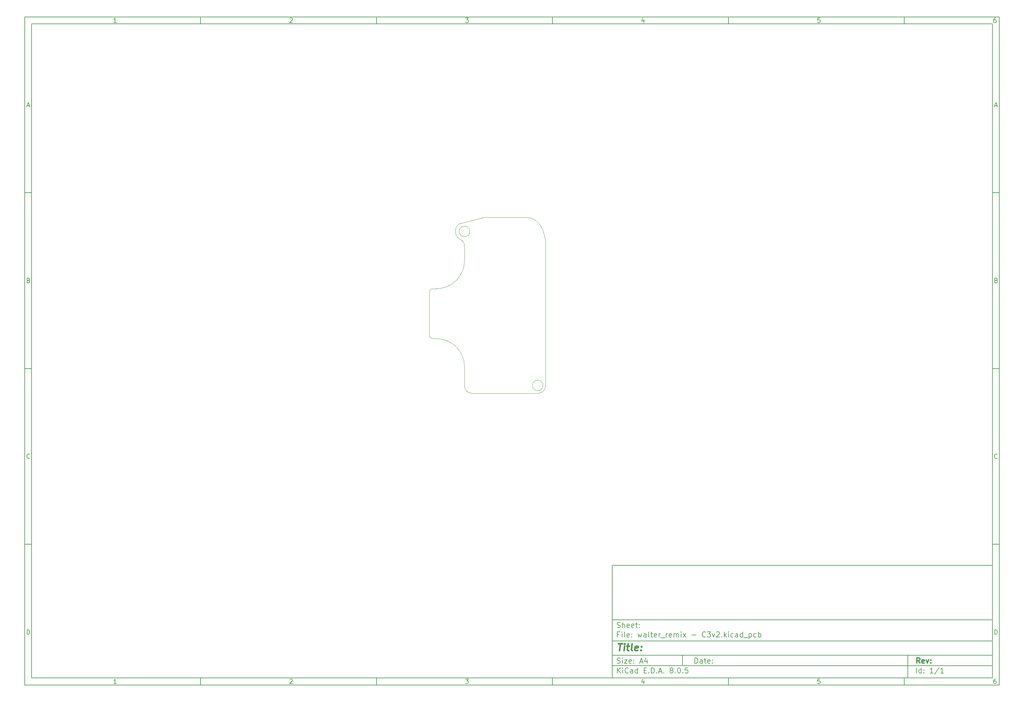
<source format=gbr>
%TF.GenerationSoftware,KiCad,Pcbnew,8.0.5*%
%TF.CreationDate,2024-12-27T02:30:01+01:00*%
%TF.ProjectId,walter_remix - C3v2,77616c74-6572-45f7-9265-6d6978202d20,rev?*%
%TF.SameCoordinates,Original*%
%TF.FileFunction,Profile,NP*%
%FSLAX45Y45*%
G04 Gerber Fmt 4.5, Leading zero omitted, Abs format (unit mm)*
G04 Created by KiCad (PCBNEW 8.0.5) date 2024-12-27 02:30:01*
%MOMM*%
%LPD*%
G01*
G04 APERTURE LIST*
%ADD10C,0.100000*%
%ADD11C,0.150000*%
%ADD12C,0.300000*%
%ADD13C,0.400000*%
%TA.AperFunction,Profile*%
%ADD14C,0.050000*%
%TD*%
%TA.AperFunction,Profile*%
%ADD15C,0.100000*%
%TD*%
G04 APERTURE END LIST*
D10*
D11*
X17700220Y-16600720D02*
X28500220Y-16600720D01*
X28500220Y-19800720D01*
X17700220Y-19800720D01*
X17700220Y-16600720D01*
D10*
D11*
X1000000Y-1000000D02*
X28700220Y-1000000D01*
X28700220Y-20000720D01*
X1000000Y-20000720D01*
X1000000Y-1000000D01*
D10*
D11*
X1200000Y-1200000D02*
X28500220Y-1200000D01*
X28500220Y-19800720D01*
X1200000Y-19800720D01*
X1200000Y-1200000D01*
D10*
D11*
X6000000Y-1200000D02*
X6000000Y-1000000D01*
D10*
D11*
X11000000Y-1200000D02*
X11000000Y-1000000D01*
D10*
D11*
X16000000Y-1200000D02*
X16000000Y-1000000D01*
D10*
D11*
X21000000Y-1200000D02*
X21000000Y-1000000D01*
D10*
D11*
X26000000Y-1200000D02*
X26000000Y-1000000D01*
D10*
D11*
X3608916Y-1159360D02*
X3534630Y-1159360D01*
X3571773Y-1159360D02*
X3571773Y-1029360D01*
X3571773Y-1029360D02*
X3559392Y-1047932D01*
X3559392Y-1047932D02*
X3547011Y-1060313D01*
X3547011Y-1060313D02*
X3534630Y-1066503D01*
D10*
D11*
X8534630Y-1041741D02*
X8540821Y-1035551D01*
X8540821Y-1035551D02*
X8553202Y-1029360D01*
X8553202Y-1029360D02*
X8584154Y-1029360D01*
X8584154Y-1029360D02*
X8596535Y-1035551D01*
X8596535Y-1035551D02*
X8602726Y-1041741D01*
X8602726Y-1041741D02*
X8608916Y-1054122D01*
X8608916Y-1054122D02*
X8608916Y-1066503D01*
X8608916Y-1066503D02*
X8602726Y-1085075D01*
X8602726Y-1085075D02*
X8528440Y-1159360D01*
X8528440Y-1159360D02*
X8608916Y-1159360D01*
D10*
D11*
X13528440Y-1029360D02*
X13608916Y-1029360D01*
X13608916Y-1029360D02*
X13565583Y-1078884D01*
X13565583Y-1078884D02*
X13584154Y-1078884D01*
X13584154Y-1078884D02*
X13596535Y-1085075D01*
X13596535Y-1085075D02*
X13602725Y-1091265D01*
X13602725Y-1091265D02*
X13608916Y-1103646D01*
X13608916Y-1103646D02*
X13608916Y-1134599D01*
X13608916Y-1134599D02*
X13602725Y-1146980D01*
X13602725Y-1146980D02*
X13596535Y-1153170D01*
X13596535Y-1153170D02*
X13584154Y-1159360D01*
X13584154Y-1159360D02*
X13547011Y-1159360D01*
X13547011Y-1159360D02*
X13534630Y-1153170D01*
X13534630Y-1153170D02*
X13528440Y-1146980D01*
D10*
D11*
X18596535Y-1072694D02*
X18596535Y-1159360D01*
X18565583Y-1023170D02*
X18534630Y-1116027D01*
X18534630Y-1116027D02*
X18615106Y-1116027D01*
D10*
D11*
X23602725Y-1029360D02*
X23540821Y-1029360D01*
X23540821Y-1029360D02*
X23534630Y-1091265D01*
X23534630Y-1091265D02*
X23540821Y-1085075D01*
X23540821Y-1085075D02*
X23553202Y-1078884D01*
X23553202Y-1078884D02*
X23584154Y-1078884D01*
X23584154Y-1078884D02*
X23596535Y-1085075D01*
X23596535Y-1085075D02*
X23602725Y-1091265D01*
X23602725Y-1091265D02*
X23608916Y-1103646D01*
X23608916Y-1103646D02*
X23608916Y-1134599D01*
X23608916Y-1134599D02*
X23602725Y-1146980D01*
X23602725Y-1146980D02*
X23596535Y-1153170D01*
X23596535Y-1153170D02*
X23584154Y-1159360D01*
X23584154Y-1159360D02*
X23553202Y-1159360D01*
X23553202Y-1159360D02*
X23540821Y-1153170D01*
X23540821Y-1153170D02*
X23534630Y-1146980D01*
D10*
D11*
X28596535Y-1029360D02*
X28571773Y-1029360D01*
X28571773Y-1029360D02*
X28559392Y-1035551D01*
X28559392Y-1035551D02*
X28553202Y-1041741D01*
X28553202Y-1041741D02*
X28540821Y-1060313D01*
X28540821Y-1060313D02*
X28534630Y-1085075D01*
X28534630Y-1085075D02*
X28534630Y-1134599D01*
X28534630Y-1134599D02*
X28540821Y-1146980D01*
X28540821Y-1146980D02*
X28547011Y-1153170D01*
X28547011Y-1153170D02*
X28559392Y-1159360D01*
X28559392Y-1159360D02*
X28584154Y-1159360D01*
X28584154Y-1159360D02*
X28596535Y-1153170D01*
X28596535Y-1153170D02*
X28602725Y-1146980D01*
X28602725Y-1146980D02*
X28608916Y-1134599D01*
X28608916Y-1134599D02*
X28608916Y-1103646D01*
X28608916Y-1103646D02*
X28602725Y-1091265D01*
X28602725Y-1091265D02*
X28596535Y-1085075D01*
X28596535Y-1085075D02*
X28584154Y-1078884D01*
X28584154Y-1078884D02*
X28559392Y-1078884D01*
X28559392Y-1078884D02*
X28547011Y-1085075D01*
X28547011Y-1085075D02*
X28540821Y-1091265D01*
X28540821Y-1091265D02*
X28534630Y-1103646D01*
D10*
D11*
X6000000Y-19800720D02*
X6000000Y-20000720D01*
D10*
D11*
X11000000Y-19800720D02*
X11000000Y-20000720D01*
D10*
D11*
X16000000Y-19800720D02*
X16000000Y-20000720D01*
D10*
D11*
X21000000Y-19800720D02*
X21000000Y-20000720D01*
D10*
D11*
X26000000Y-19800720D02*
X26000000Y-20000720D01*
D10*
D11*
X3608916Y-19960080D02*
X3534630Y-19960080D01*
X3571773Y-19960080D02*
X3571773Y-19830080D01*
X3571773Y-19830080D02*
X3559392Y-19848652D01*
X3559392Y-19848652D02*
X3547011Y-19861033D01*
X3547011Y-19861033D02*
X3534630Y-19867223D01*
D10*
D11*
X8534630Y-19842461D02*
X8540821Y-19836271D01*
X8540821Y-19836271D02*
X8553202Y-19830080D01*
X8553202Y-19830080D02*
X8584154Y-19830080D01*
X8584154Y-19830080D02*
X8596535Y-19836271D01*
X8596535Y-19836271D02*
X8602726Y-19842461D01*
X8602726Y-19842461D02*
X8608916Y-19854842D01*
X8608916Y-19854842D02*
X8608916Y-19867223D01*
X8608916Y-19867223D02*
X8602726Y-19885795D01*
X8602726Y-19885795D02*
X8528440Y-19960080D01*
X8528440Y-19960080D02*
X8608916Y-19960080D01*
D10*
D11*
X13528440Y-19830080D02*
X13608916Y-19830080D01*
X13608916Y-19830080D02*
X13565583Y-19879604D01*
X13565583Y-19879604D02*
X13584154Y-19879604D01*
X13584154Y-19879604D02*
X13596535Y-19885795D01*
X13596535Y-19885795D02*
X13602725Y-19891985D01*
X13602725Y-19891985D02*
X13608916Y-19904366D01*
X13608916Y-19904366D02*
X13608916Y-19935319D01*
X13608916Y-19935319D02*
X13602725Y-19947700D01*
X13602725Y-19947700D02*
X13596535Y-19953890D01*
X13596535Y-19953890D02*
X13584154Y-19960080D01*
X13584154Y-19960080D02*
X13547011Y-19960080D01*
X13547011Y-19960080D02*
X13534630Y-19953890D01*
X13534630Y-19953890D02*
X13528440Y-19947700D01*
D10*
D11*
X18596535Y-19873414D02*
X18596535Y-19960080D01*
X18565583Y-19823890D02*
X18534630Y-19916747D01*
X18534630Y-19916747D02*
X18615106Y-19916747D01*
D10*
D11*
X23602725Y-19830080D02*
X23540821Y-19830080D01*
X23540821Y-19830080D02*
X23534630Y-19891985D01*
X23534630Y-19891985D02*
X23540821Y-19885795D01*
X23540821Y-19885795D02*
X23553202Y-19879604D01*
X23553202Y-19879604D02*
X23584154Y-19879604D01*
X23584154Y-19879604D02*
X23596535Y-19885795D01*
X23596535Y-19885795D02*
X23602725Y-19891985D01*
X23602725Y-19891985D02*
X23608916Y-19904366D01*
X23608916Y-19904366D02*
X23608916Y-19935319D01*
X23608916Y-19935319D02*
X23602725Y-19947700D01*
X23602725Y-19947700D02*
X23596535Y-19953890D01*
X23596535Y-19953890D02*
X23584154Y-19960080D01*
X23584154Y-19960080D02*
X23553202Y-19960080D01*
X23553202Y-19960080D02*
X23540821Y-19953890D01*
X23540821Y-19953890D02*
X23534630Y-19947700D01*
D10*
D11*
X28596535Y-19830080D02*
X28571773Y-19830080D01*
X28571773Y-19830080D02*
X28559392Y-19836271D01*
X28559392Y-19836271D02*
X28553202Y-19842461D01*
X28553202Y-19842461D02*
X28540821Y-19861033D01*
X28540821Y-19861033D02*
X28534630Y-19885795D01*
X28534630Y-19885795D02*
X28534630Y-19935319D01*
X28534630Y-19935319D02*
X28540821Y-19947700D01*
X28540821Y-19947700D02*
X28547011Y-19953890D01*
X28547011Y-19953890D02*
X28559392Y-19960080D01*
X28559392Y-19960080D02*
X28584154Y-19960080D01*
X28584154Y-19960080D02*
X28596535Y-19953890D01*
X28596535Y-19953890D02*
X28602725Y-19947700D01*
X28602725Y-19947700D02*
X28608916Y-19935319D01*
X28608916Y-19935319D02*
X28608916Y-19904366D01*
X28608916Y-19904366D02*
X28602725Y-19891985D01*
X28602725Y-19891985D02*
X28596535Y-19885795D01*
X28596535Y-19885795D02*
X28584154Y-19879604D01*
X28584154Y-19879604D02*
X28559392Y-19879604D01*
X28559392Y-19879604D02*
X28547011Y-19885795D01*
X28547011Y-19885795D02*
X28540821Y-19891985D01*
X28540821Y-19891985D02*
X28534630Y-19904366D01*
D10*
D11*
X1000000Y-6000000D02*
X1200000Y-6000000D01*
D10*
D11*
X1000000Y-11000000D02*
X1200000Y-11000000D01*
D10*
D11*
X1000000Y-16000000D02*
X1200000Y-16000000D01*
D10*
D11*
X1069048Y-3522218D02*
X1130952Y-3522218D01*
X1056667Y-3559360D02*
X1100000Y-3429360D01*
X1100000Y-3429360D02*
X1143333Y-3559360D01*
D10*
D11*
X1109286Y-8491265D02*
X1127857Y-8497456D01*
X1127857Y-8497456D02*
X1134048Y-8503646D01*
X1134048Y-8503646D02*
X1140238Y-8516027D01*
X1140238Y-8516027D02*
X1140238Y-8534599D01*
X1140238Y-8534599D02*
X1134048Y-8546980D01*
X1134048Y-8546980D02*
X1127857Y-8553170D01*
X1127857Y-8553170D02*
X1115476Y-8559360D01*
X1115476Y-8559360D02*
X1065952Y-8559360D01*
X1065952Y-8559360D02*
X1065952Y-8429360D01*
X1065952Y-8429360D02*
X1109286Y-8429360D01*
X1109286Y-8429360D02*
X1121667Y-8435551D01*
X1121667Y-8435551D02*
X1127857Y-8441741D01*
X1127857Y-8441741D02*
X1134048Y-8454122D01*
X1134048Y-8454122D02*
X1134048Y-8466503D01*
X1134048Y-8466503D02*
X1127857Y-8478884D01*
X1127857Y-8478884D02*
X1121667Y-8485075D01*
X1121667Y-8485075D02*
X1109286Y-8491265D01*
X1109286Y-8491265D02*
X1065952Y-8491265D01*
D10*
D11*
X1140238Y-13546979D02*
X1134048Y-13553170D01*
X1134048Y-13553170D02*
X1115476Y-13559360D01*
X1115476Y-13559360D02*
X1103095Y-13559360D01*
X1103095Y-13559360D02*
X1084524Y-13553170D01*
X1084524Y-13553170D02*
X1072143Y-13540789D01*
X1072143Y-13540789D02*
X1065952Y-13528408D01*
X1065952Y-13528408D02*
X1059762Y-13503646D01*
X1059762Y-13503646D02*
X1059762Y-13485075D01*
X1059762Y-13485075D02*
X1065952Y-13460313D01*
X1065952Y-13460313D02*
X1072143Y-13447932D01*
X1072143Y-13447932D02*
X1084524Y-13435551D01*
X1084524Y-13435551D02*
X1103095Y-13429360D01*
X1103095Y-13429360D02*
X1115476Y-13429360D01*
X1115476Y-13429360D02*
X1134048Y-13435551D01*
X1134048Y-13435551D02*
X1140238Y-13441741D01*
D10*
D11*
X1065952Y-18559360D02*
X1065952Y-18429360D01*
X1065952Y-18429360D02*
X1096905Y-18429360D01*
X1096905Y-18429360D02*
X1115476Y-18435551D01*
X1115476Y-18435551D02*
X1127857Y-18447932D01*
X1127857Y-18447932D02*
X1134048Y-18460313D01*
X1134048Y-18460313D02*
X1140238Y-18485075D01*
X1140238Y-18485075D02*
X1140238Y-18503646D01*
X1140238Y-18503646D02*
X1134048Y-18528408D01*
X1134048Y-18528408D02*
X1127857Y-18540789D01*
X1127857Y-18540789D02*
X1115476Y-18553170D01*
X1115476Y-18553170D02*
X1096905Y-18559360D01*
X1096905Y-18559360D02*
X1065952Y-18559360D01*
D10*
D11*
X28700220Y-6000000D02*
X28500220Y-6000000D01*
D10*
D11*
X28700220Y-11000000D02*
X28500220Y-11000000D01*
D10*
D11*
X28700220Y-16000000D02*
X28500220Y-16000000D01*
D10*
D11*
X28569268Y-3522218D02*
X28631172Y-3522218D01*
X28556887Y-3559360D02*
X28600220Y-3429360D01*
X28600220Y-3429360D02*
X28643553Y-3559360D01*
D10*
D11*
X28609506Y-8491265D02*
X28628077Y-8497456D01*
X28628077Y-8497456D02*
X28634268Y-8503646D01*
X28634268Y-8503646D02*
X28640458Y-8516027D01*
X28640458Y-8516027D02*
X28640458Y-8534599D01*
X28640458Y-8534599D02*
X28634268Y-8546980D01*
X28634268Y-8546980D02*
X28628077Y-8553170D01*
X28628077Y-8553170D02*
X28615696Y-8559360D01*
X28615696Y-8559360D02*
X28566172Y-8559360D01*
X28566172Y-8559360D02*
X28566172Y-8429360D01*
X28566172Y-8429360D02*
X28609506Y-8429360D01*
X28609506Y-8429360D02*
X28621887Y-8435551D01*
X28621887Y-8435551D02*
X28628077Y-8441741D01*
X28628077Y-8441741D02*
X28634268Y-8454122D01*
X28634268Y-8454122D02*
X28634268Y-8466503D01*
X28634268Y-8466503D02*
X28628077Y-8478884D01*
X28628077Y-8478884D02*
X28621887Y-8485075D01*
X28621887Y-8485075D02*
X28609506Y-8491265D01*
X28609506Y-8491265D02*
X28566172Y-8491265D01*
D10*
D11*
X28640458Y-13546979D02*
X28634268Y-13553170D01*
X28634268Y-13553170D02*
X28615696Y-13559360D01*
X28615696Y-13559360D02*
X28603315Y-13559360D01*
X28603315Y-13559360D02*
X28584744Y-13553170D01*
X28584744Y-13553170D02*
X28572363Y-13540789D01*
X28572363Y-13540789D02*
X28566172Y-13528408D01*
X28566172Y-13528408D02*
X28559982Y-13503646D01*
X28559982Y-13503646D02*
X28559982Y-13485075D01*
X28559982Y-13485075D02*
X28566172Y-13460313D01*
X28566172Y-13460313D02*
X28572363Y-13447932D01*
X28572363Y-13447932D02*
X28584744Y-13435551D01*
X28584744Y-13435551D02*
X28603315Y-13429360D01*
X28603315Y-13429360D02*
X28615696Y-13429360D01*
X28615696Y-13429360D02*
X28634268Y-13435551D01*
X28634268Y-13435551D02*
X28640458Y-13441741D01*
D10*
D11*
X28566172Y-18559360D02*
X28566172Y-18429360D01*
X28566172Y-18429360D02*
X28597125Y-18429360D01*
X28597125Y-18429360D02*
X28615696Y-18435551D01*
X28615696Y-18435551D02*
X28628077Y-18447932D01*
X28628077Y-18447932D02*
X28634268Y-18460313D01*
X28634268Y-18460313D02*
X28640458Y-18485075D01*
X28640458Y-18485075D02*
X28640458Y-18503646D01*
X28640458Y-18503646D02*
X28634268Y-18528408D01*
X28634268Y-18528408D02*
X28628077Y-18540789D01*
X28628077Y-18540789D02*
X28615696Y-18553170D01*
X28615696Y-18553170D02*
X28597125Y-18559360D01*
X28597125Y-18559360D02*
X28566172Y-18559360D01*
D10*
D11*
X20045803Y-19379333D02*
X20045803Y-19229333D01*
X20045803Y-19229333D02*
X20081517Y-19229333D01*
X20081517Y-19229333D02*
X20102946Y-19236476D01*
X20102946Y-19236476D02*
X20117231Y-19250761D01*
X20117231Y-19250761D02*
X20124374Y-19265047D01*
X20124374Y-19265047D02*
X20131517Y-19293619D01*
X20131517Y-19293619D02*
X20131517Y-19315047D01*
X20131517Y-19315047D02*
X20124374Y-19343619D01*
X20124374Y-19343619D02*
X20117231Y-19357904D01*
X20117231Y-19357904D02*
X20102946Y-19372190D01*
X20102946Y-19372190D02*
X20081517Y-19379333D01*
X20081517Y-19379333D02*
X20045803Y-19379333D01*
X20260088Y-19379333D02*
X20260088Y-19300761D01*
X20260088Y-19300761D02*
X20252946Y-19286476D01*
X20252946Y-19286476D02*
X20238660Y-19279333D01*
X20238660Y-19279333D02*
X20210088Y-19279333D01*
X20210088Y-19279333D02*
X20195803Y-19286476D01*
X20260088Y-19372190D02*
X20245803Y-19379333D01*
X20245803Y-19379333D02*
X20210088Y-19379333D01*
X20210088Y-19379333D02*
X20195803Y-19372190D01*
X20195803Y-19372190D02*
X20188660Y-19357904D01*
X20188660Y-19357904D02*
X20188660Y-19343619D01*
X20188660Y-19343619D02*
X20195803Y-19329333D01*
X20195803Y-19329333D02*
X20210088Y-19322190D01*
X20210088Y-19322190D02*
X20245803Y-19322190D01*
X20245803Y-19322190D02*
X20260088Y-19315047D01*
X20310088Y-19279333D02*
X20367231Y-19279333D01*
X20331517Y-19229333D02*
X20331517Y-19357904D01*
X20331517Y-19357904D02*
X20338660Y-19372190D01*
X20338660Y-19372190D02*
X20352946Y-19379333D01*
X20352946Y-19379333D02*
X20367231Y-19379333D01*
X20474374Y-19372190D02*
X20460088Y-19379333D01*
X20460088Y-19379333D02*
X20431517Y-19379333D01*
X20431517Y-19379333D02*
X20417231Y-19372190D01*
X20417231Y-19372190D02*
X20410088Y-19357904D01*
X20410088Y-19357904D02*
X20410088Y-19300761D01*
X20410088Y-19300761D02*
X20417231Y-19286476D01*
X20417231Y-19286476D02*
X20431517Y-19279333D01*
X20431517Y-19279333D02*
X20460088Y-19279333D01*
X20460088Y-19279333D02*
X20474374Y-19286476D01*
X20474374Y-19286476D02*
X20481517Y-19300761D01*
X20481517Y-19300761D02*
X20481517Y-19315047D01*
X20481517Y-19315047D02*
X20410088Y-19329333D01*
X20545803Y-19365047D02*
X20552946Y-19372190D01*
X20552946Y-19372190D02*
X20545803Y-19379333D01*
X20545803Y-19379333D02*
X20538660Y-19372190D01*
X20538660Y-19372190D02*
X20545803Y-19365047D01*
X20545803Y-19365047D02*
X20545803Y-19379333D01*
X20545803Y-19286476D02*
X20552946Y-19293619D01*
X20552946Y-19293619D02*
X20545803Y-19300761D01*
X20545803Y-19300761D02*
X20538660Y-19293619D01*
X20538660Y-19293619D02*
X20545803Y-19286476D01*
X20545803Y-19286476D02*
X20545803Y-19300761D01*
D10*
D11*
X17700220Y-19450720D02*
X28500220Y-19450720D01*
D10*
D11*
X17845803Y-19659333D02*
X17845803Y-19509333D01*
X17931517Y-19659333D02*
X17867231Y-19573619D01*
X17931517Y-19509333D02*
X17845803Y-19595047D01*
X17995803Y-19659333D02*
X17995803Y-19559333D01*
X17995803Y-19509333D02*
X17988660Y-19516476D01*
X17988660Y-19516476D02*
X17995803Y-19523619D01*
X17995803Y-19523619D02*
X18002946Y-19516476D01*
X18002946Y-19516476D02*
X17995803Y-19509333D01*
X17995803Y-19509333D02*
X17995803Y-19523619D01*
X18152946Y-19645047D02*
X18145803Y-19652190D01*
X18145803Y-19652190D02*
X18124374Y-19659333D01*
X18124374Y-19659333D02*
X18110088Y-19659333D01*
X18110088Y-19659333D02*
X18088660Y-19652190D01*
X18088660Y-19652190D02*
X18074374Y-19637904D01*
X18074374Y-19637904D02*
X18067231Y-19623619D01*
X18067231Y-19623619D02*
X18060088Y-19595047D01*
X18060088Y-19595047D02*
X18060088Y-19573619D01*
X18060088Y-19573619D02*
X18067231Y-19545047D01*
X18067231Y-19545047D02*
X18074374Y-19530761D01*
X18074374Y-19530761D02*
X18088660Y-19516476D01*
X18088660Y-19516476D02*
X18110088Y-19509333D01*
X18110088Y-19509333D02*
X18124374Y-19509333D01*
X18124374Y-19509333D02*
X18145803Y-19516476D01*
X18145803Y-19516476D02*
X18152946Y-19523619D01*
X18281517Y-19659333D02*
X18281517Y-19580761D01*
X18281517Y-19580761D02*
X18274374Y-19566476D01*
X18274374Y-19566476D02*
X18260088Y-19559333D01*
X18260088Y-19559333D02*
X18231517Y-19559333D01*
X18231517Y-19559333D02*
X18217231Y-19566476D01*
X18281517Y-19652190D02*
X18267231Y-19659333D01*
X18267231Y-19659333D02*
X18231517Y-19659333D01*
X18231517Y-19659333D02*
X18217231Y-19652190D01*
X18217231Y-19652190D02*
X18210088Y-19637904D01*
X18210088Y-19637904D02*
X18210088Y-19623619D01*
X18210088Y-19623619D02*
X18217231Y-19609333D01*
X18217231Y-19609333D02*
X18231517Y-19602190D01*
X18231517Y-19602190D02*
X18267231Y-19602190D01*
X18267231Y-19602190D02*
X18281517Y-19595047D01*
X18417231Y-19659333D02*
X18417231Y-19509333D01*
X18417231Y-19652190D02*
X18402946Y-19659333D01*
X18402946Y-19659333D02*
X18374374Y-19659333D01*
X18374374Y-19659333D02*
X18360088Y-19652190D01*
X18360088Y-19652190D02*
X18352946Y-19645047D01*
X18352946Y-19645047D02*
X18345803Y-19630761D01*
X18345803Y-19630761D02*
X18345803Y-19587904D01*
X18345803Y-19587904D02*
X18352946Y-19573619D01*
X18352946Y-19573619D02*
X18360088Y-19566476D01*
X18360088Y-19566476D02*
X18374374Y-19559333D01*
X18374374Y-19559333D02*
X18402946Y-19559333D01*
X18402946Y-19559333D02*
X18417231Y-19566476D01*
X18602946Y-19580761D02*
X18652946Y-19580761D01*
X18674374Y-19659333D02*
X18602946Y-19659333D01*
X18602946Y-19659333D02*
X18602946Y-19509333D01*
X18602946Y-19509333D02*
X18674374Y-19509333D01*
X18738660Y-19645047D02*
X18745803Y-19652190D01*
X18745803Y-19652190D02*
X18738660Y-19659333D01*
X18738660Y-19659333D02*
X18731517Y-19652190D01*
X18731517Y-19652190D02*
X18738660Y-19645047D01*
X18738660Y-19645047D02*
X18738660Y-19659333D01*
X18810088Y-19659333D02*
X18810088Y-19509333D01*
X18810088Y-19509333D02*
X18845803Y-19509333D01*
X18845803Y-19509333D02*
X18867231Y-19516476D01*
X18867231Y-19516476D02*
X18881517Y-19530761D01*
X18881517Y-19530761D02*
X18888660Y-19545047D01*
X18888660Y-19545047D02*
X18895803Y-19573619D01*
X18895803Y-19573619D02*
X18895803Y-19595047D01*
X18895803Y-19595047D02*
X18888660Y-19623619D01*
X18888660Y-19623619D02*
X18881517Y-19637904D01*
X18881517Y-19637904D02*
X18867231Y-19652190D01*
X18867231Y-19652190D02*
X18845803Y-19659333D01*
X18845803Y-19659333D02*
X18810088Y-19659333D01*
X18960088Y-19645047D02*
X18967231Y-19652190D01*
X18967231Y-19652190D02*
X18960088Y-19659333D01*
X18960088Y-19659333D02*
X18952946Y-19652190D01*
X18952946Y-19652190D02*
X18960088Y-19645047D01*
X18960088Y-19645047D02*
X18960088Y-19659333D01*
X19024374Y-19616476D02*
X19095803Y-19616476D01*
X19010089Y-19659333D02*
X19060089Y-19509333D01*
X19060089Y-19509333D02*
X19110089Y-19659333D01*
X19160088Y-19645047D02*
X19167231Y-19652190D01*
X19167231Y-19652190D02*
X19160088Y-19659333D01*
X19160088Y-19659333D02*
X19152946Y-19652190D01*
X19152946Y-19652190D02*
X19160088Y-19645047D01*
X19160088Y-19645047D02*
X19160088Y-19659333D01*
X19367231Y-19573619D02*
X19352946Y-19566476D01*
X19352946Y-19566476D02*
X19345803Y-19559333D01*
X19345803Y-19559333D02*
X19338660Y-19545047D01*
X19338660Y-19545047D02*
X19338660Y-19537904D01*
X19338660Y-19537904D02*
X19345803Y-19523619D01*
X19345803Y-19523619D02*
X19352946Y-19516476D01*
X19352946Y-19516476D02*
X19367231Y-19509333D01*
X19367231Y-19509333D02*
X19395803Y-19509333D01*
X19395803Y-19509333D02*
X19410089Y-19516476D01*
X19410089Y-19516476D02*
X19417231Y-19523619D01*
X19417231Y-19523619D02*
X19424374Y-19537904D01*
X19424374Y-19537904D02*
X19424374Y-19545047D01*
X19424374Y-19545047D02*
X19417231Y-19559333D01*
X19417231Y-19559333D02*
X19410089Y-19566476D01*
X19410089Y-19566476D02*
X19395803Y-19573619D01*
X19395803Y-19573619D02*
X19367231Y-19573619D01*
X19367231Y-19573619D02*
X19352946Y-19580761D01*
X19352946Y-19580761D02*
X19345803Y-19587904D01*
X19345803Y-19587904D02*
X19338660Y-19602190D01*
X19338660Y-19602190D02*
X19338660Y-19630761D01*
X19338660Y-19630761D02*
X19345803Y-19645047D01*
X19345803Y-19645047D02*
X19352946Y-19652190D01*
X19352946Y-19652190D02*
X19367231Y-19659333D01*
X19367231Y-19659333D02*
X19395803Y-19659333D01*
X19395803Y-19659333D02*
X19410089Y-19652190D01*
X19410089Y-19652190D02*
X19417231Y-19645047D01*
X19417231Y-19645047D02*
X19424374Y-19630761D01*
X19424374Y-19630761D02*
X19424374Y-19602190D01*
X19424374Y-19602190D02*
X19417231Y-19587904D01*
X19417231Y-19587904D02*
X19410089Y-19580761D01*
X19410089Y-19580761D02*
X19395803Y-19573619D01*
X19488660Y-19645047D02*
X19495803Y-19652190D01*
X19495803Y-19652190D02*
X19488660Y-19659333D01*
X19488660Y-19659333D02*
X19481517Y-19652190D01*
X19481517Y-19652190D02*
X19488660Y-19645047D01*
X19488660Y-19645047D02*
X19488660Y-19659333D01*
X19588660Y-19509333D02*
X19602946Y-19509333D01*
X19602946Y-19509333D02*
X19617231Y-19516476D01*
X19617231Y-19516476D02*
X19624374Y-19523619D01*
X19624374Y-19523619D02*
X19631517Y-19537904D01*
X19631517Y-19537904D02*
X19638660Y-19566476D01*
X19638660Y-19566476D02*
X19638660Y-19602190D01*
X19638660Y-19602190D02*
X19631517Y-19630761D01*
X19631517Y-19630761D02*
X19624374Y-19645047D01*
X19624374Y-19645047D02*
X19617231Y-19652190D01*
X19617231Y-19652190D02*
X19602946Y-19659333D01*
X19602946Y-19659333D02*
X19588660Y-19659333D01*
X19588660Y-19659333D02*
X19574374Y-19652190D01*
X19574374Y-19652190D02*
X19567231Y-19645047D01*
X19567231Y-19645047D02*
X19560088Y-19630761D01*
X19560088Y-19630761D02*
X19552946Y-19602190D01*
X19552946Y-19602190D02*
X19552946Y-19566476D01*
X19552946Y-19566476D02*
X19560088Y-19537904D01*
X19560088Y-19537904D02*
X19567231Y-19523619D01*
X19567231Y-19523619D02*
X19574374Y-19516476D01*
X19574374Y-19516476D02*
X19588660Y-19509333D01*
X19702946Y-19645047D02*
X19710088Y-19652190D01*
X19710088Y-19652190D02*
X19702946Y-19659333D01*
X19702946Y-19659333D02*
X19695803Y-19652190D01*
X19695803Y-19652190D02*
X19702946Y-19645047D01*
X19702946Y-19645047D02*
X19702946Y-19659333D01*
X19845803Y-19509333D02*
X19774374Y-19509333D01*
X19774374Y-19509333D02*
X19767231Y-19580761D01*
X19767231Y-19580761D02*
X19774374Y-19573619D01*
X19774374Y-19573619D02*
X19788660Y-19566476D01*
X19788660Y-19566476D02*
X19824374Y-19566476D01*
X19824374Y-19566476D02*
X19838660Y-19573619D01*
X19838660Y-19573619D02*
X19845803Y-19580761D01*
X19845803Y-19580761D02*
X19852946Y-19595047D01*
X19852946Y-19595047D02*
X19852946Y-19630761D01*
X19852946Y-19630761D02*
X19845803Y-19645047D01*
X19845803Y-19645047D02*
X19838660Y-19652190D01*
X19838660Y-19652190D02*
X19824374Y-19659333D01*
X19824374Y-19659333D02*
X19788660Y-19659333D01*
X19788660Y-19659333D02*
X19774374Y-19652190D01*
X19774374Y-19652190D02*
X19767231Y-19645047D01*
D10*
D11*
X17700220Y-19150720D02*
X28500220Y-19150720D01*
D10*
D12*
X26441385Y-19378553D02*
X26391385Y-19307124D01*
X26355671Y-19378553D02*
X26355671Y-19228553D01*
X26355671Y-19228553D02*
X26412814Y-19228553D01*
X26412814Y-19228553D02*
X26427100Y-19235696D01*
X26427100Y-19235696D02*
X26434242Y-19242839D01*
X26434242Y-19242839D02*
X26441385Y-19257124D01*
X26441385Y-19257124D02*
X26441385Y-19278553D01*
X26441385Y-19278553D02*
X26434242Y-19292839D01*
X26434242Y-19292839D02*
X26427100Y-19299981D01*
X26427100Y-19299981D02*
X26412814Y-19307124D01*
X26412814Y-19307124D02*
X26355671Y-19307124D01*
X26562814Y-19371410D02*
X26548528Y-19378553D01*
X26548528Y-19378553D02*
X26519957Y-19378553D01*
X26519957Y-19378553D02*
X26505671Y-19371410D01*
X26505671Y-19371410D02*
X26498528Y-19357124D01*
X26498528Y-19357124D02*
X26498528Y-19299981D01*
X26498528Y-19299981D02*
X26505671Y-19285696D01*
X26505671Y-19285696D02*
X26519957Y-19278553D01*
X26519957Y-19278553D02*
X26548528Y-19278553D01*
X26548528Y-19278553D02*
X26562814Y-19285696D01*
X26562814Y-19285696D02*
X26569957Y-19299981D01*
X26569957Y-19299981D02*
X26569957Y-19314267D01*
X26569957Y-19314267D02*
X26498528Y-19328553D01*
X26619957Y-19278553D02*
X26655671Y-19378553D01*
X26655671Y-19378553D02*
X26691385Y-19278553D01*
X26748528Y-19364267D02*
X26755671Y-19371410D01*
X26755671Y-19371410D02*
X26748528Y-19378553D01*
X26748528Y-19378553D02*
X26741385Y-19371410D01*
X26741385Y-19371410D02*
X26748528Y-19364267D01*
X26748528Y-19364267D02*
X26748528Y-19378553D01*
X26748528Y-19285696D02*
X26755671Y-19292839D01*
X26755671Y-19292839D02*
X26748528Y-19299981D01*
X26748528Y-19299981D02*
X26741385Y-19292839D01*
X26741385Y-19292839D02*
X26748528Y-19285696D01*
X26748528Y-19285696D02*
X26748528Y-19299981D01*
D10*
D11*
X17838660Y-19372190D02*
X17860088Y-19379333D01*
X17860088Y-19379333D02*
X17895803Y-19379333D01*
X17895803Y-19379333D02*
X17910088Y-19372190D01*
X17910088Y-19372190D02*
X17917231Y-19365047D01*
X17917231Y-19365047D02*
X17924374Y-19350761D01*
X17924374Y-19350761D02*
X17924374Y-19336476D01*
X17924374Y-19336476D02*
X17917231Y-19322190D01*
X17917231Y-19322190D02*
X17910088Y-19315047D01*
X17910088Y-19315047D02*
X17895803Y-19307904D01*
X17895803Y-19307904D02*
X17867231Y-19300761D01*
X17867231Y-19300761D02*
X17852946Y-19293619D01*
X17852946Y-19293619D02*
X17845803Y-19286476D01*
X17845803Y-19286476D02*
X17838660Y-19272190D01*
X17838660Y-19272190D02*
X17838660Y-19257904D01*
X17838660Y-19257904D02*
X17845803Y-19243619D01*
X17845803Y-19243619D02*
X17852946Y-19236476D01*
X17852946Y-19236476D02*
X17867231Y-19229333D01*
X17867231Y-19229333D02*
X17902946Y-19229333D01*
X17902946Y-19229333D02*
X17924374Y-19236476D01*
X17988660Y-19379333D02*
X17988660Y-19279333D01*
X17988660Y-19229333D02*
X17981517Y-19236476D01*
X17981517Y-19236476D02*
X17988660Y-19243619D01*
X17988660Y-19243619D02*
X17995803Y-19236476D01*
X17995803Y-19236476D02*
X17988660Y-19229333D01*
X17988660Y-19229333D02*
X17988660Y-19243619D01*
X18045803Y-19279333D02*
X18124374Y-19279333D01*
X18124374Y-19279333D02*
X18045803Y-19379333D01*
X18045803Y-19379333D02*
X18124374Y-19379333D01*
X18238660Y-19372190D02*
X18224374Y-19379333D01*
X18224374Y-19379333D02*
X18195803Y-19379333D01*
X18195803Y-19379333D02*
X18181517Y-19372190D01*
X18181517Y-19372190D02*
X18174374Y-19357904D01*
X18174374Y-19357904D02*
X18174374Y-19300761D01*
X18174374Y-19300761D02*
X18181517Y-19286476D01*
X18181517Y-19286476D02*
X18195803Y-19279333D01*
X18195803Y-19279333D02*
X18224374Y-19279333D01*
X18224374Y-19279333D02*
X18238660Y-19286476D01*
X18238660Y-19286476D02*
X18245803Y-19300761D01*
X18245803Y-19300761D02*
X18245803Y-19315047D01*
X18245803Y-19315047D02*
X18174374Y-19329333D01*
X18310088Y-19365047D02*
X18317231Y-19372190D01*
X18317231Y-19372190D02*
X18310088Y-19379333D01*
X18310088Y-19379333D02*
X18302946Y-19372190D01*
X18302946Y-19372190D02*
X18310088Y-19365047D01*
X18310088Y-19365047D02*
X18310088Y-19379333D01*
X18310088Y-19286476D02*
X18317231Y-19293619D01*
X18317231Y-19293619D02*
X18310088Y-19300761D01*
X18310088Y-19300761D02*
X18302946Y-19293619D01*
X18302946Y-19293619D02*
X18310088Y-19286476D01*
X18310088Y-19286476D02*
X18310088Y-19300761D01*
X18488660Y-19336476D02*
X18560088Y-19336476D01*
X18474374Y-19379333D02*
X18524374Y-19229333D01*
X18524374Y-19229333D02*
X18574374Y-19379333D01*
X18688660Y-19279333D02*
X18688660Y-19379333D01*
X18652946Y-19222190D02*
X18617231Y-19329333D01*
X18617231Y-19329333D02*
X18710088Y-19329333D01*
D10*
D11*
X26345803Y-19659333D02*
X26345803Y-19509333D01*
X26481517Y-19659333D02*
X26481517Y-19509333D01*
X26481517Y-19652190D02*
X26467231Y-19659333D01*
X26467231Y-19659333D02*
X26438660Y-19659333D01*
X26438660Y-19659333D02*
X26424374Y-19652190D01*
X26424374Y-19652190D02*
X26417231Y-19645047D01*
X26417231Y-19645047D02*
X26410088Y-19630761D01*
X26410088Y-19630761D02*
X26410088Y-19587904D01*
X26410088Y-19587904D02*
X26417231Y-19573619D01*
X26417231Y-19573619D02*
X26424374Y-19566476D01*
X26424374Y-19566476D02*
X26438660Y-19559333D01*
X26438660Y-19559333D02*
X26467231Y-19559333D01*
X26467231Y-19559333D02*
X26481517Y-19566476D01*
X26552945Y-19645047D02*
X26560088Y-19652190D01*
X26560088Y-19652190D02*
X26552945Y-19659333D01*
X26552945Y-19659333D02*
X26545803Y-19652190D01*
X26545803Y-19652190D02*
X26552945Y-19645047D01*
X26552945Y-19645047D02*
X26552945Y-19659333D01*
X26552945Y-19566476D02*
X26560088Y-19573619D01*
X26560088Y-19573619D02*
X26552945Y-19580761D01*
X26552945Y-19580761D02*
X26545803Y-19573619D01*
X26545803Y-19573619D02*
X26552945Y-19566476D01*
X26552945Y-19566476D02*
X26552945Y-19580761D01*
X26817231Y-19659333D02*
X26731517Y-19659333D01*
X26774374Y-19659333D02*
X26774374Y-19509333D01*
X26774374Y-19509333D02*
X26760088Y-19530761D01*
X26760088Y-19530761D02*
X26745803Y-19545047D01*
X26745803Y-19545047D02*
X26731517Y-19552190D01*
X26988660Y-19502190D02*
X26860088Y-19695047D01*
X27117231Y-19659333D02*
X27031517Y-19659333D01*
X27074374Y-19659333D02*
X27074374Y-19509333D01*
X27074374Y-19509333D02*
X27060088Y-19530761D01*
X27060088Y-19530761D02*
X27045803Y-19545047D01*
X27045803Y-19545047D02*
X27031517Y-19552190D01*
D10*
D11*
X17700220Y-18750720D02*
X28500220Y-18750720D01*
D10*
D13*
X17869393Y-18821164D02*
X17983679Y-18821164D01*
X17901536Y-19021164D02*
X17926536Y-18821164D01*
X18025345Y-19021164D02*
X18042012Y-18887830D01*
X18050345Y-18821164D02*
X18039631Y-18830688D01*
X18039631Y-18830688D02*
X18047964Y-18840211D01*
X18047964Y-18840211D02*
X18058679Y-18830688D01*
X18058679Y-18830688D02*
X18050345Y-18821164D01*
X18050345Y-18821164D02*
X18047964Y-18840211D01*
X18108679Y-18887830D02*
X18184869Y-18887830D01*
X18145583Y-18821164D02*
X18124155Y-18992592D01*
X18124155Y-18992592D02*
X18131298Y-19011640D01*
X18131298Y-19011640D02*
X18149155Y-19021164D01*
X18149155Y-19021164D02*
X18168202Y-19021164D01*
X18263441Y-19021164D02*
X18245583Y-19011640D01*
X18245583Y-19011640D02*
X18238441Y-18992592D01*
X18238441Y-18992592D02*
X18259869Y-18821164D01*
X18417012Y-19011640D02*
X18396774Y-19021164D01*
X18396774Y-19021164D02*
X18358679Y-19021164D01*
X18358679Y-19021164D02*
X18340821Y-19011640D01*
X18340821Y-19011640D02*
X18333679Y-18992592D01*
X18333679Y-18992592D02*
X18343202Y-18916402D01*
X18343202Y-18916402D02*
X18355107Y-18897354D01*
X18355107Y-18897354D02*
X18375345Y-18887830D01*
X18375345Y-18887830D02*
X18413440Y-18887830D01*
X18413440Y-18887830D02*
X18431298Y-18897354D01*
X18431298Y-18897354D02*
X18438440Y-18916402D01*
X18438440Y-18916402D02*
X18436060Y-18935450D01*
X18436060Y-18935450D02*
X18338440Y-18954497D01*
X18513441Y-19002116D02*
X18521774Y-19011640D01*
X18521774Y-19011640D02*
X18511060Y-19021164D01*
X18511060Y-19021164D02*
X18502726Y-19011640D01*
X18502726Y-19011640D02*
X18513441Y-19002116D01*
X18513441Y-19002116D02*
X18511060Y-19021164D01*
X18526536Y-18897354D02*
X18534869Y-18906878D01*
X18534869Y-18906878D02*
X18524155Y-18916402D01*
X18524155Y-18916402D02*
X18515821Y-18906878D01*
X18515821Y-18906878D02*
X18526536Y-18897354D01*
X18526536Y-18897354D02*
X18524155Y-18916402D01*
D10*
D11*
X17895803Y-18560761D02*
X17845803Y-18560761D01*
X17845803Y-18639333D02*
X17845803Y-18489333D01*
X17845803Y-18489333D02*
X17917231Y-18489333D01*
X17974374Y-18639333D02*
X17974374Y-18539333D01*
X17974374Y-18489333D02*
X17967231Y-18496476D01*
X17967231Y-18496476D02*
X17974374Y-18503619D01*
X17974374Y-18503619D02*
X17981517Y-18496476D01*
X17981517Y-18496476D02*
X17974374Y-18489333D01*
X17974374Y-18489333D02*
X17974374Y-18503619D01*
X18067231Y-18639333D02*
X18052946Y-18632190D01*
X18052946Y-18632190D02*
X18045803Y-18617904D01*
X18045803Y-18617904D02*
X18045803Y-18489333D01*
X18181517Y-18632190D02*
X18167231Y-18639333D01*
X18167231Y-18639333D02*
X18138660Y-18639333D01*
X18138660Y-18639333D02*
X18124374Y-18632190D01*
X18124374Y-18632190D02*
X18117231Y-18617904D01*
X18117231Y-18617904D02*
X18117231Y-18560761D01*
X18117231Y-18560761D02*
X18124374Y-18546476D01*
X18124374Y-18546476D02*
X18138660Y-18539333D01*
X18138660Y-18539333D02*
X18167231Y-18539333D01*
X18167231Y-18539333D02*
X18181517Y-18546476D01*
X18181517Y-18546476D02*
X18188660Y-18560761D01*
X18188660Y-18560761D02*
X18188660Y-18575047D01*
X18188660Y-18575047D02*
X18117231Y-18589333D01*
X18252945Y-18625047D02*
X18260088Y-18632190D01*
X18260088Y-18632190D02*
X18252945Y-18639333D01*
X18252945Y-18639333D02*
X18245803Y-18632190D01*
X18245803Y-18632190D02*
X18252945Y-18625047D01*
X18252945Y-18625047D02*
X18252945Y-18639333D01*
X18252945Y-18546476D02*
X18260088Y-18553619D01*
X18260088Y-18553619D02*
X18252945Y-18560761D01*
X18252945Y-18560761D02*
X18245803Y-18553619D01*
X18245803Y-18553619D02*
X18252945Y-18546476D01*
X18252945Y-18546476D02*
X18252945Y-18560761D01*
X18424374Y-18539333D02*
X18452946Y-18639333D01*
X18452946Y-18639333D02*
X18481517Y-18567904D01*
X18481517Y-18567904D02*
X18510088Y-18639333D01*
X18510088Y-18639333D02*
X18538660Y-18539333D01*
X18660088Y-18639333D02*
X18660088Y-18560761D01*
X18660088Y-18560761D02*
X18652946Y-18546476D01*
X18652946Y-18546476D02*
X18638660Y-18539333D01*
X18638660Y-18539333D02*
X18610088Y-18539333D01*
X18610088Y-18539333D02*
X18595803Y-18546476D01*
X18660088Y-18632190D02*
X18645803Y-18639333D01*
X18645803Y-18639333D02*
X18610088Y-18639333D01*
X18610088Y-18639333D02*
X18595803Y-18632190D01*
X18595803Y-18632190D02*
X18588660Y-18617904D01*
X18588660Y-18617904D02*
X18588660Y-18603619D01*
X18588660Y-18603619D02*
X18595803Y-18589333D01*
X18595803Y-18589333D02*
X18610088Y-18582190D01*
X18610088Y-18582190D02*
X18645803Y-18582190D01*
X18645803Y-18582190D02*
X18660088Y-18575047D01*
X18752946Y-18639333D02*
X18738660Y-18632190D01*
X18738660Y-18632190D02*
X18731517Y-18617904D01*
X18731517Y-18617904D02*
X18731517Y-18489333D01*
X18788660Y-18539333D02*
X18845803Y-18539333D01*
X18810088Y-18489333D02*
X18810088Y-18617904D01*
X18810088Y-18617904D02*
X18817231Y-18632190D01*
X18817231Y-18632190D02*
X18831517Y-18639333D01*
X18831517Y-18639333D02*
X18845803Y-18639333D01*
X18952946Y-18632190D02*
X18938660Y-18639333D01*
X18938660Y-18639333D02*
X18910088Y-18639333D01*
X18910088Y-18639333D02*
X18895803Y-18632190D01*
X18895803Y-18632190D02*
X18888660Y-18617904D01*
X18888660Y-18617904D02*
X18888660Y-18560761D01*
X18888660Y-18560761D02*
X18895803Y-18546476D01*
X18895803Y-18546476D02*
X18910088Y-18539333D01*
X18910088Y-18539333D02*
X18938660Y-18539333D01*
X18938660Y-18539333D02*
X18952946Y-18546476D01*
X18952946Y-18546476D02*
X18960088Y-18560761D01*
X18960088Y-18560761D02*
X18960088Y-18575047D01*
X18960088Y-18575047D02*
X18888660Y-18589333D01*
X19024374Y-18639333D02*
X19024374Y-18539333D01*
X19024374Y-18567904D02*
X19031517Y-18553619D01*
X19031517Y-18553619D02*
X19038660Y-18546476D01*
X19038660Y-18546476D02*
X19052946Y-18539333D01*
X19052946Y-18539333D02*
X19067231Y-18539333D01*
X19081517Y-18653619D02*
X19195803Y-18653619D01*
X19231517Y-18639333D02*
X19231517Y-18539333D01*
X19231517Y-18567904D02*
X19238660Y-18553619D01*
X19238660Y-18553619D02*
X19245803Y-18546476D01*
X19245803Y-18546476D02*
X19260088Y-18539333D01*
X19260088Y-18539333D02*
X19274374Y-18539333D01*
X19381517Y-18632190D02*
X19367231Y-18639333D01*
X19367231Y-18639333D02*
X19338660Y-18639333D01*
X19338660Y-18639333D02*
X19324374Y-18632190D01*
X19324374Y-18632190D02*
X19317231Y-18617904D01*
X19317231Y-18617904D02*
X19317231Y-18560761D01*
X19317231Y-18560761D02*
X19324374Y-18546476D01*
X19324374Y-18546476D02*
X19338660Y-18539333D01*
X19338660Y-18539333D02*
X19367231Y-18539333D01*
X19367231Y-18539333D02*
X19381517Y-18546476D01*
X19381517Y-18546476D02*
X19388660Y-18560761D01*
X19388660Y-18560761D02*
X19388660Y-18575047D01*
X19388660Y-18575047D02*
X19317231Y-18589333D01*
X19452945Y-18639333D02*
X19452945Y-18539333D01*
X19452945Y-18553619D02*
X19460088Y-18546476D01*
X19460088Y-18546476D02*
X19474374Y-18539333D01*
X19474374Y-18539333D02*
X19495803Y-18539333D01*
X19495803Y-18539333D02*
X19510088Y-18546476D01*
X19510088Y-18546476D02*
X19517231Y-18560761D01*
X19517231Y-18560761D02*
X19517231Y-18639333D01*
X19517231Y-18560761D02*
X19524374Y-18546476D01*
X19524374Y-18546476D02*
X19538660Y-18539333D01*
X19538660Y-18539333D02*
X19560088Y-18539333D01*
X19560088Y-18539333D02*
X19574374Y-18546476D01*
X19574374Y-18546476D02*
X19581517Y-18560761D01*
X19581517Y-18560761D02*
X19581517Y-18639333D01*
X19652945Y-18639333D02*
X19652945Y-18539333D01*
X19652945Y-18489333D02*
X19645803Y-18496476D01*
X19645803Y-18496476D02*
X19652945Y-18503619D01*
X19652945Y-18503619D02*
X19660088Y-18496476D01*
X19660088Y-18496476D02*
X19652945Y-18489333D01*
X19652945Y-18489333D02*
X19652945Y-18503619D01*
X19710088Y-18639333D02*
X19788660Y-18539333D01*
X19710088Y-18539333D02*
X19788660Y-18639333D01*
X19960088Y-18582190D02*
X20074374Y-18582190D01*
X20345803Y-18625047D02*
X20338660Y-18632190D01*
X20338660Y-18632190D02*
X20317231Y-18639333D01*
X20317231Y-18639333D02*
X20302945Y-18639333D01*
X20302945Y-18639333D02*
X20281517Y-18632190D01*
X20281517Y-18632190D02*
X20267231Y-18617904D01*
X20267231Y-18617904D02*
X20260088Y-18603619D01*
X20260088Y-18603619D02*
X20252945Y-18575047D01*
X20252945Y-18575047D02*
X20252945Y-18553619D01*
X20252945Y-18553619D02*
X20260088Y-18525047D01*
X20260088Y-18525047D02*
X20267231Y-18510761D01*
X20267231Y-18510761D02*
X20281517Y-18496476D01*
X20281517Y-18496476D02*
X20302945Y-18489333D01*
X20302945Y-18489333D02*
X20317231Y-18489333D01*
X20317231Y-18489333D02*
X20338660Y-18496476D01*
X20338660Y-18496476D02*
X20345803Y-18503619D01*
X20395803Y-18489333D02*
X20488660Y-18489333D01*
X20488660Y-18489333D02*
X20438660Y-18546476D01*
X20438660Y-18546476D02*
X20460088Y-18546476D01*
X20460088Y-18546476D02*
X20474374Y-18553619D01*
X20474374Y-18553619D02*
X20481517Y-18560761D01*
X20481517Y-18560761D02*
X20488660Y-18575047D01*
X20488660Y-18575047D02*
X20488660Y-18610761D01*
X20488660Y-18610761D02*
X20481517Y-18625047D01*
X20481517Y-18625047D02*
X20474374Y-18632190D01*
X20474374Y-18632190D02*
X20460088Y-18639333D01*
X20460088Y-18639333D02*
X20417231Y-18639333D01*
X20417231Y-18639333D02*
X20402945Y-18632190D01*
X20402945Y-18632190D02*
X20395803Y-18625047D01*
X20538660Y-18539333D02*
X20574374Y-18639333D01*
X20574374Y-18639333D02*
X20610088Y-18539333D01*
X20660088Y-18503619D02*
X20667231Y-18496476D01*
X20667231Y-18496476D02*
X20681517Y-18489333D01*
X20681517Y-18489333D02*
X20717231Y-18489333D01*
X20717231Y-18489333D02*
X20731517Y-18496476D01*
X20731517Y-18496476D02*
X20738660Y-18503619D01*
X20738660Y-18503619D02*
X20745803Y-18517904D01*
X20745803Y-18517904D02*
X20745803Y-18532190D01*
X20745803Y-18532190D02*
X20738660Y-18553619D01*
X20738660Y-18553619D02*
X20652945Y-18639333D01*
X20652945Y-18639333D02*
X20745803Y-18639333D01*
X20810088Y-18625047D02*
X20817231Y-18632190D01*
X20817231Y-18632190D02*
X20810088Y-18639333D01*
X20810088Y-18639333D02*
X20802945Y-18632190D01*
X20802945Y-18632190D02*
X20810088Y-18625047D01*
X20810088Y-18625047D02*
X20810088Y-18639333D01*
X20881517Y-18639333D02*
X20881517Y-18489333D01*
X20895803Y-18582190D02*
X20938660Y-18639333D01*
X20938660Y-18539333D02*
X20881517Y-18596476D01*
X21002945Y-18639333D02*
X21002945Y-18539333D01*
X21002945Y-18489333D02*
X20995803Y-18496476D01*
X20995803Y-18496476D02*
X21002945Y-18503619D01*
X21002945Y-18503619D02*
X21010088Y-18496476D01*
X21010088Y-18496476D02*
X21002945Y-18489333D01*
X21002945Y-18489333D02*
X21002945Y-18503619D01*
X21138660Y-18632190D02*
X21124374Y-18639333D01*
X21124374Y-18639333D02*
X21095803Y-18639333D01*
X21095803Y-18639333D02*
X21081517Y-18632190D01*
X21081517Y-18632190D02*
X21074374Y-18625047D01*
X21074374Y-18625047D02*
X21067231Y-18610761D01*
X21067231Y-18610761D02*
X21067231Y-18567904D01*
X21067231Y-18567904D02*
X21074374Y-18553619D01*
X21074374Y-18553619D02*
X21081517Y-18546476D01*
X21081517Y-18546476D02*
X21095803Y-18539333D01*
X21095803Y-18539333D02*
X21124374Y-18539333D01*
X21124374Y-18539333D02*
X21138660Y-18546476D01*
X21267231Y-18639333D02*
X21267231Y-18560761D01*
X21267231Y-18560761D02*
X21260088Y-18546476D01*
X21260088Y-18546476D02*
X21245803Y-18539333D01*
X21245803Y-18539333D02*
X21217231Y-18539333D01*
X21217231Y-18539333D02*
X21202945Y-18546476D01*
X21267231Y-18632190D02*
X21252945Y-18639333D01*
X21252945Y-18639333D02*
X21217231Y-18639333D01*
X21217231Y-18639333D02*
X21202945Y-18632190D01*
X21202945Y-18632190D02*
X21195803Y-18617904D01*
X21195803Y-18617904D02*
X21195803Y-18603619D01*
X21195803Y-18603619D02*
X21202945Y-18589333D01*
X21202945Y-18589333D02*
X21217231Y-18582190D01*
X21217231Y-18582190D02*
X21252945Y-18582190D01*
X21252945Y-18582190D02*
X21267231Y-18575047D01*
X21402945Y-18639333D02*
X21402945Y-18489333D01*
X21402945Y-18632190D02*
X21388660Y-18639333D01*
X21388660Y-18639333D02*
X21360088Y-18639333D01*
X21360088Y-18639333D02*
X21345803Y-18632190D01*
X21345803Y-18632190D02*
X21338660Y-18625047D01*
X21338660Y-18625047D02*
X21331517Y-18610761D01*
X21331517Y-18610761D02*
X21331517Y-18567904D01*
X21331517Y-18567904D02*
X21338660Y-18553619D01*
X21338660Y-18553619D02*
X21345803Y-18546476D01*
X21345803Y-18546476D02*
X21360088Y-18539333D01*
X21360088Y-18539333D02*
X21388660Y-18539333D01*
X21388660Y-18539333D02*
X21402945Y-18546476D01*
X21438660Y-18653619D02*
X21552945Y-18653619D01*
X21588660Y-18539333D02*
X21588660Y-18689333D01*
X21588660Y-18546476D02*
X21602945Y-18539333D01*
X21602945Y-18539333D02*
X21631517Y-18539333D01*
X21631517Y-18539333D02*
X21645803Y-18546476D01*
X21645803Y-18546476D02*
X21652945Y-18553619D01*
X21652945Y-18553619D02*
X21660088Y-18567904D01*
X21660088Y-18567904D02*
X21660088Y-18610761D01*
X21660088Y-18610761D02*
X21652945Y-18625047D01*
X21652945Y-18625047D02*
X21645803Y-18632190D01*
X21645803Y-18632190D02*
X21631517Y-18639333D01*
X21631517Y-18639333D02*
X21602945Y-18639333D01*
X21602945Y-18639333D02*
X21588660Y-18632190D01*
X21788660Y-18632190D02*
X21774374Y-18639333D01*
X21774374Y-18639333D02*
X21745803Y-18639333D01*
X21745803Y-18639333D02*
X21731517Y-18632190D01*
X21731517Y-18632190D02*
X21724374Y-18625047D01*
X21724374Y-18625047D02*
X21717231Y-18610761D01*
X21717231Y-18610761D02*
X21717231Y-18567904D01*
X21717231Y-18567904D02*
X21724374Y-18553619D01*
X21724374Y-18553619D02*
X21731517Y-18546476D01*
X21731517Y-18546476D02*
X21745803Y-18539333D01*
X21745803Y-18539333D02*
X21774374Y-18539333D01*
X21774374Y-18539333D02*
X21788660Y-18546476D01*
X21852945Y-18639333D02*
X21852945Y-18489333D01*
X21852945Y-18546476D02*
X21867231Y-18539333D01*
X21867231Y-18539333D02*
X21895803Y-18539333D01*
X21895803Y-18539333D02*
X21910088Y-18546476D01*
X21910088Y-18546476D02*
X21917231Y-18553619D01*
X21917231Y-18553619D02*
X21924374Y-18567904D01*
X21924374Y-18567904D02*
X21924374Y-18610761D01*
X21924374Y-18610761D02*
X21917231Y-18625047D01*
X21917231Y-18625047D02*
X21910088Y-18632190D01*
X21910088Y-18632190D02*
X21895803Y-18639333D01*
X21895803Y-18639333D02*
X21867231Y-18639333D01*
X21867231Y-18639333D02*
X21852945Y-18632190D01*
D10*
D11*
X17700220Y-18150720D02*
X28500220Y-18150720D01*
D10*
D11*
X17838660Y-18362190D02*
X17860088Y-18369333D01*
X17860088Y-18369333D02*
X17895803Y-18369333D01*
X17895803Y-18369333D02*
X17910088Y-18362190D01*
X17910088Y-18362190D02*
X17917231Y-18355047D01*
X17917231Y-18355047D02*
X17924374Y-18340761D01*
X17924374Y-18340761D02*
X17924374Y-18326476D01*
X17924374Y-18326476D02*
X17917231Y-18312190D01*
X17917231Y-18312190D02*
X17910088Y-18305047D01*
X17910088Y-18305047D02*
X17895803Y-18297904D01*
X17895803Y-18297904D02*
X17867231Y-18290761D01*
X17867231Y-18290761D02*
X17852946Y-18283619D01*
X17852946Y-18283619D02*
X17845803Y-18276476D01*
X17845803Y-18276476D02*
X17838660Y-18262190D01*
X17838660Y-18262190D02*
X17838660Y-18247904D01*
X17838660Y-18247904D02*
X17845803Y-18233619D01*
X17845803Y-18233619D02*
X17852946Y-18226476D01*
X17852946Y-18226476D02*
X17867231Y-18219333D01*
X17867231Y-18219333D02*
X17902946Y-18219333D01*
X17902946Y-18219333D02*
X17924374Y-18226476D01*
X17988660Y-18369333D02*
X17988660Y-18219333D01*
X18052946Y-18369333D02*
X18052946Y-18290761D01*
X18052946Y-18290761D02*
X18045803Y-18276476D01*
X18045803Y-18276476D02*
X18031517Y-18269333D01*
X18031517Y-18269333D02*
X18010088Y-18269333D01*
X18010088Y-18269333D02*
X17995803Y-18276476D01*
X17995803Y-18276476D02*
X17988660Y-18283619D01*
X18181517Y-18362190D02*
X18167231Y-18369333D01*
X18167231Y-18369333D02*
X18138660Y-18369333D01*
X18138660Y-18369333D02*
X18124374Y-18362190D01*
X18124374Y-18362190D02*
X18117231Y-18347904D01*
X18117231Y-18347904D02*
X18117231Y-18290761D01*
X18117231Y-18290761D02*
X18124374Y-18276476D01*
X18124374Y-18276476D02*
X18138660Y-18269333D01*
X18138660Y-18269333D02*
X18167231Y-18269333D01*
X18167231Y-18269333D02*
X18181517Y-18276476D01*
X18181517Y-18276476D02*
X18188660Y-18290761D01*
X18188660Y-18290761D02*
X18188660Y-18305047D01*
X18188660Y-18305047D02*
X18117231Y-18319333D01*
X18310088Y-18362190D02*
X18295803Y-18369333D01*
X18295803Y-18369333D02*
X18267231Y-18369333D01*
X18267231Y-18369333D02*
X18252945Y-18362190D01*
X18252945Y-18362190D02*
X18245803Y-18347904D01*
X18245803Y-18347904D02*
X18245803Y-18290761D01*
X18245803Y-18290761D02*
X18252945Y-18276476D01*
X18252945Y-18276476D02*
X18267231Y-18269333D01*
X18267231Y-18269333D02*
X18295803Y-18269333D01*
X18295803Y-18269333D02*
X18310088Y-18276476D01*
X18310088Y-18276476D02*
X18317231Y-18290761D01*
X18317231Y-18290761D02*
X18317231Y-18305047D01*
X18317231Y-18305047D02*
X18245803Y-18319333D01*
X18360088Y-18269333D02*
X18417231Y-18269333D01*
X18381517Y-18219333D02*
X18381517Y-18347904D01*
X18381517Y-18347904D02*
X18388660Y-18362190D01*
X18388660Y-18362190D02*
X18402945Y-18369333D01*
X18402945Y-18369333D02*
X18417231Y-18369333D01*
X18467231Y-18355047D02*
X18474374Y-18362190D01*
X18474374Y-18362190D02*
X18467231Y-18369333D01*
X18467231Y-18369333D02*
X18460088Y-18362190D01*
X18460088Y-18362190D02*
X18467231Y-18355047D01*
X18467231Y-18355047D02*
X18467231Y-18369333D01*
X18467231Y-18276476D02*
X18474374Y-18283619D01*
X18474374Y-18283619D02*
X18467231Y-18290761D01*
X18467231Y-18290761D02*
X18460088Y-18283619D01*
X18460088Y-18283619D02*
X18467231Y-18276476D01*
X18467231Y-18276476D02*
X18467231Y-18290761D01*
D10*
D11*
X19700220Y-19150720D02*
X19700220Y-19450720D01*
D10*
D11*
X26100220Y-19150720D02*
X26100220Y-19800720D01*
D14*
X12600000Y-10150000D02*
G75*
G02*
X12500000Y-10050000I0J100000D01*
G01*
X12500000Y-8830000D02*
G75*
G02*
X12600000Y-8730000I100000J0D01*
G01*
X13499507Y-7929507D02*
G75*
G02*
X12699507Y-8729997I-799997J-493D01*
G01*
X12700000Y-10150000D02*
G75*
G02*
X13500000Y-10950000I0J-800000D01*
G01*
X12600000Y-10150000D02*
X12700000Y-10150000D01*
X12500000Y-8830000D02*
X12500000Y-10050000D01*
X12699507Y-8730000D02*
X12600000Y-8730000D01*
X13499249Y-7510000D02*
X13499507Y-7929507D01*
X13360000Y-7320000D02*
G75*
G02*
X13499249Y-7510000I-60000J-190000D01*
G01*
X14000096Y-6715229D02*
G75*
G02*
X14122557Y-6699999I122464J-484771D01*
G01*
X13650000Y-7100000D02*
G75*
G02*
X13350000Y-7100000I-150000J0D01*
G01*
X13350000Y-7100000D02*
G75*
G02*
X13650000Y-7100000I150000J0D01*
G01*
X14000096Y-6715229D02*
X13368606Y-6874754D01*
X13360000Y-7320000D02*
G75*
G02*
X13368606Y-6874754I140000J220000D01*
G01*
D15*
X15730000Y-11480000D02*
G75*
G02*
X15430000Y-11480000I-150000J0D01*
G01*
X15430000Y-11480000D02*
G75*
G02*
X15730000Y-11480000I150000J0D01*
G01*
D14*
X15800000Y-11500000D02*
G75*
G02*
X15600000Y-11700000I-200000J0D01*
G01*
X13700000Y-11700000D02*
G75*
G02*
X13500000Y-11500000I0J200000D01*
G01*
X15239620Y-6700000D02*
G75*
G02*
X15713962Y-7041886I0J-500000D01*
G01*
X15779473Y-7238420D02*
G75*
G02*
X15800000Y-7364911I-379473J-126490D01*
G01*
X15800000Y-7364911D02*
X15800000Y-11500000D01*
X15600000Y-11700000D02*
X13700000Y-11700000D01*
X15713962Y-7041886D02*
X15779473Y-7238420D01*
X14122557Y-6700000D02*
X15239620Y-6700000D01*
X13500000Y-11500000D02*
X13500000Y-10950000D01*
M02*

</source>
